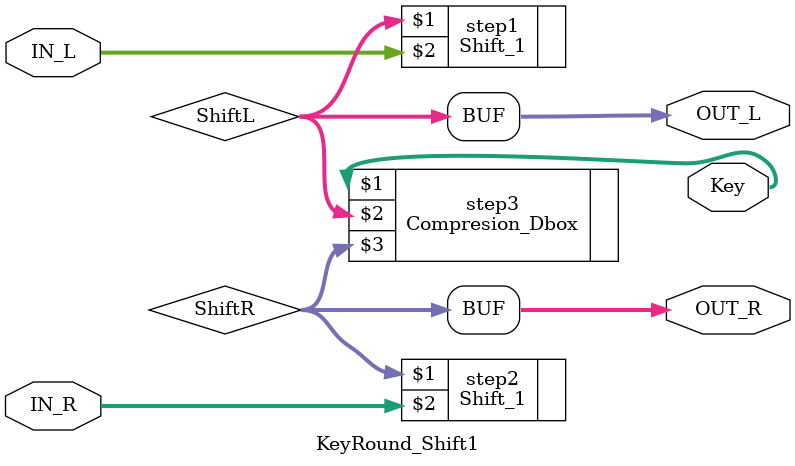
<source format=v>
`timescale 1ns / 1ps


module KeyRound_Shift1(
    output [1:28] OUT_L,
    output [1:28] OUT_R,
    output [1:48] Key,
    input [1:28] IN_L,
    input [1:28] IN_R
    );
    wire [1:28] ShiftR,ShiftL; 
    Shift_1 step1(ShiftL,IN_L);
    Shift_1 step2(ShiftR,IN_R);
    Compresion_Dbox step3(Key,ShiftL,ShiftR);
    assign OUT_L = ShiftL;
    assign OUT_R = ShiftR;

endmodule

</source>
